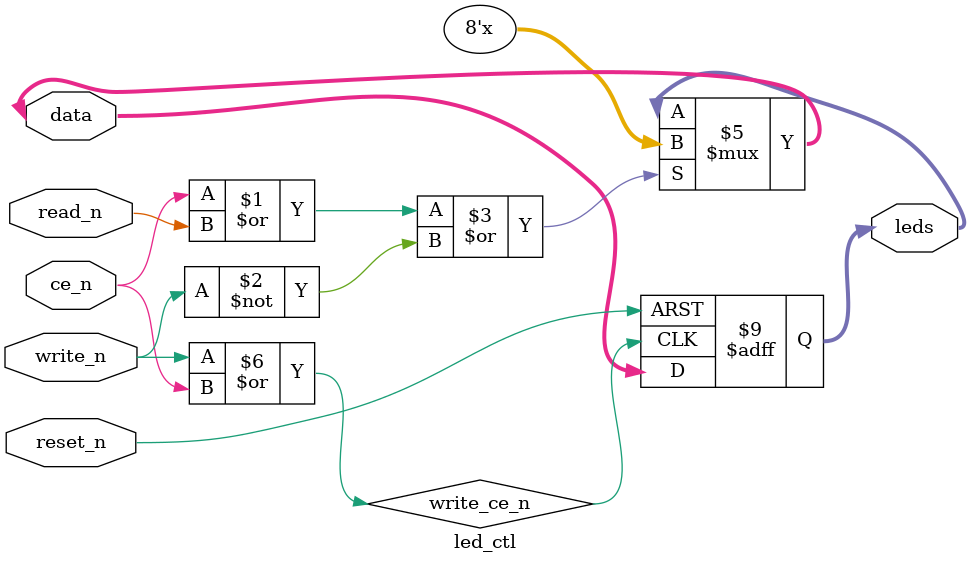
<source format=v>
/*
 * NAME
 * ----
 *
 * led_ctl - bussed LED control
 *
 *
 * DESCRIPTION
 * -----------
 * 
 * 8-bit bar led module suitable for use with a "bus"
 * consisting of address, data and control lines.
 *
 * To write, data must be assigned to the data bus ('data'),
 * write must be enabled (write_n=0), read must not be
 * enabled (read_n=1), and the chip must be enabled (ce_n=0).
 *
 * AUTHOR
 * ------
 *
 * Jeremiah Mahler <jmmahler@gmail.com>
 *
 */

module led_ctl(
    input            read_n,
                     write_n,
                     reset_n,
                     ce_n,
    inout      [7:0] data,
    output reg [7:0] leds);

    // READ
    // If we are enabled (ce_n lo) and read is enabled (read_n lo)
    // and write is not enabled (write_n hi)
    // drive the leds values on to the data bus.
    assign data = (~(ce_n | read_n | ~write_n)) ? leds : 8'bz;

    // This is a psuedo wire that goes low when BOTH write_n
    // and ce_n are low.
    // ~A & ~B = ~(A | B)  (De Morgans Law)
    wire write_ce_n;
    assign write_ce_n = write_n | ce_n;

    // WRITE
    // If anything here changes and reset_n is low, reset leds
    // If write_n or ce_n change such that write is enabled
    // (write_n lo) and the chip is enabled (ce_n lo)
    // write the data to the leds.
    always @(negedge reset_n, posedge write_ce_n) begin
        if (~reset_n)
            leds <= 8'h00;
        else
            leds <= data;
    end
endmodule

</source>
